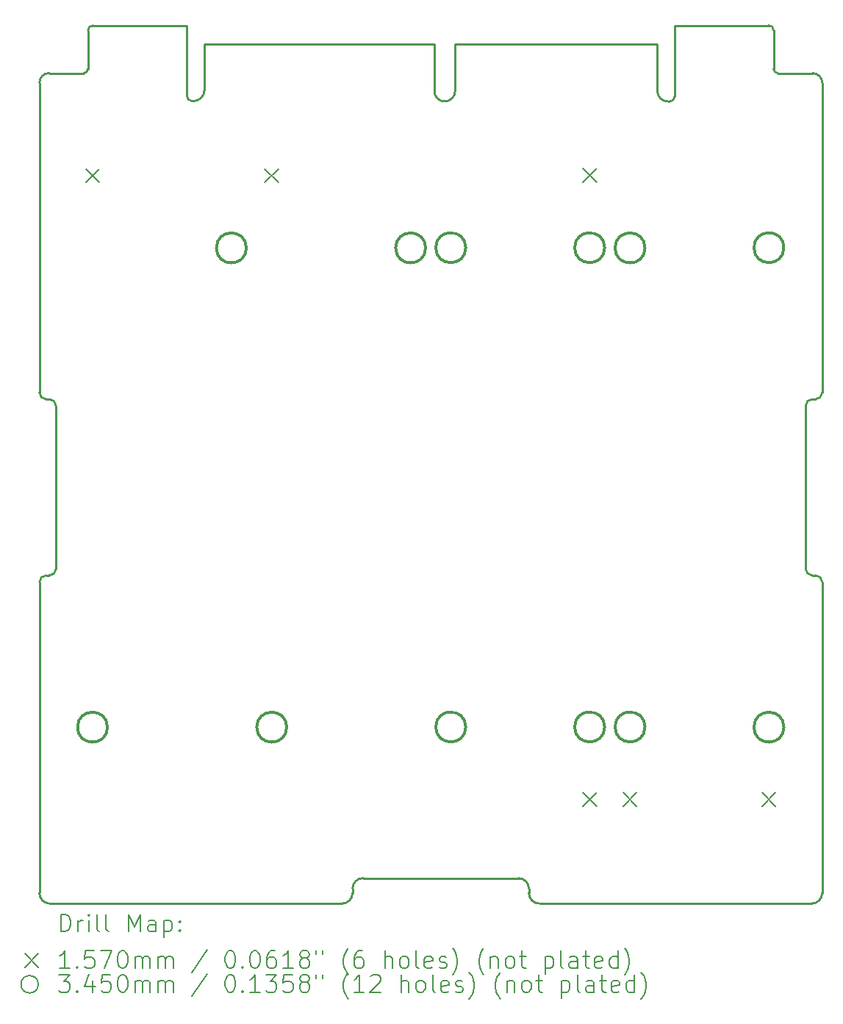
<source format=gbr>
%FSLAX45Y45*%
G04 Gerber Fmt 4.5, Leading zero omitted, Abs format (unit mm)*
G04 Created by KiCad (PCBNEW (6.0.2)) date 2022-09-07 09:44:24*
%MOMM*%
%LPD*%
G01*
G04 APERTURE LIST*
%TA.AperFunction,Profile*%
%ADD10C,0.254000*%
%TD*%
%ADD11C,0.200000*%
%ADD12C,0.157000*%
%ADD13C,0.345000*%
G04 APERTURE END LIST*
D10*
X10962640Y-14277340D02*
X10962640Y-14224000D01*
X10962640Y-14277340D02*
G75*
G03*
X11082020Y-14396720I119380J0D01*
G01*
X6474221Y-4284136D02*
X6944215Y-4284136D01*
X14150340Y-10541000D02*
X14150340Y-8663940D01*
X9872223Y-5037935D02*
G75*
G03*
X10112221Y-5037937I119999J-2D01*
G01*
X12442223Y-5037937D02*
G75*
G03*
X12562222Y-5157936I119999J0D01*
G01*
X7102223Y-5152933D02*
G75*
G03*
X7222222Y-5032934I0J119999D01*
G01*
X14340840Y-4942758D02*
G75*
G03*
X14230552Y-4832470I-110288J0D01*
G01*
X12642221Y-5100436D02*
X12642221Y-4490436D01*
X10112221Y-5037935D02*
X10112221Y-4500436D01*
X9872223Y-5037935D02*
X9872223Y-4500436D01*
X10112222Y-4500435D02*
X12442222Y-4500435D01*
X7022224Y-5095433D02*
X7022224Y-4485433D01*
X12442223Y-5037935D02*
X12442223Y-4500436D01*
X5433885Y-4832470D02*
G75*
G03*
X5323840Y-4942514I0J-110045D01*
G01*
X12562222Y-5157936D02*
X12584721Y-5157936D01*
X5833885Y-4832470D02*
G75*
G03*
X5882200Y-4784154I0J48316D01*
G01*
X7222222Y-5032932D02*
X7222222Y-4500435D01*
X14150340Y-10541000D02*
G75*
G03*
X14226540Y-10617200I76200J0D01*
G01*
X7079724Y-5152933D02*
X7102223Y-5152933D01*
X7222222Y-4500435D02*
X9872222Y-4500435D01*
X12704006Y-4282268D02*
X12774679Y-4282268D01*
X12584721Y-5157936D02*
G75*
G03*
X12642221Y-5100436I0J57500D01*
G01*
X5323840Y-8511540D02*
G75*
G03*
X5400040Y-8587740I76200J0D01*
G01*
X5939720Y-4284136D02*
G75*
G03*
X5882219Y-4341637I0J-57501D01*
G01*
X14264640Y-8587740D02*
G75*
G03*
X14340840Y-8511540I0J76200D01*
G01*
X13782218Y-4784136D02*
X13782218Y-4339137D01*
X5438140Y-10617200D02*
G75*
G03*
X5514340Y-10541000I0J76200D01*
G01*
X9050020Y-14104620D02*
G75*
G03*
X8930640Y-14224000I0J-119380D01*
G01*
X5323840Y-8511540D02*
X5323840Y-4942514D01*
X14340840Y-10693400D02*
G75*
G03*
X14264640Y-10617200I-76200J0D01*
G01*
X5514340Y-8663940D02*
G75*
G03*
X5438140Y-8587740I-76200J0D01*
G01*
X13782218Y-4784136D02*
G75*
G03*
X13830553Y-4832470I48334J0D01*
G01*
X13782218Y-4339137D02*
G75*
G03*
X13725349Y-4282268I-56869J0D01*
G01*
X8930640Y-14277340D02*
X8930640Y-14224000D01*
X5433885Y-4832470D02*
X5833885Y-4832470D01*
X7022224Y-5095433D02*
G75*
G03*
X7079724Y-5152933I57500J0D01*
G01*
X14340840Y-8511540D02*
X14340840Y-4942758D01*
X5400040Y-10617200D02*
G75*
G03*
X5323840Y-10693400I0J-76200D01*
G01*
X13830553Y-4832470D02*
X14230552Y-4832470D01*
X5882200Y-4784154D02*
X5882219Y-4341637D01*
X14226540Y-10617200D02*
X14264640Y-10617200D01*
X14221460Y-14396720D02*
G75*
G03*
X14340840Y-14277340I0J119380D01*
G01*
X10962640Y-14224000D02*
G75*
G03*
X10843260Y-14104620I-119380J0D01*
G01*
X8811260Y-14396720D02*
G75*
G03*
X8930640Y-14277340I0J119380D01*
G01*
X14226540Y-8587740D02*
X14264640Y-8587740D01*
X9050020Y-14104620D02*
X10843260Y-14104620D01*
X7022220Y-4485435D02*
X7022220Y-4284137D01*
X12642218Y-4490438D02*
X12642218Y-4282268D01*
X12642218Y-4282268D02*
X12704007Y-4282268D01*
X14226540Y-8587740D02*
G75*
G03*
X14150340Y-8663940I0J-76200D01*
G01*
X5939720Y-4284136D02*
X6474221Y-4284136D01*
X12774679Y-4282268D02*
X13725349Y-4282268D01*
X5323839Y-14269720D02*
X5323840Y-10693400D01*
X6944215Y-4284137D02*
X7022220Y-4284137D01*
X5323840Y-14269720D02*
G75*
G03*
X5435600Y-14396720I119380J-7620D01*
G01*
X11082020Y-14396720D02*
X14221460Y-14396720D01*
X14340840Y-14277340D02*
X14340840Y-10693400D01*
X5400040Y-10617200D02*
X5438140Y-10617200D01*
X5435600Y-14396719D02*
X8811260Y-14396720D01*
X5514340Y-10541000D02*
X5514340Y-8663940D01*
X5400040Y-8587740D02*
X5438140Y-8587740D01*
D11*
D12*
X5856310Y-5933510D02*
X6013310Y-6090510D01*
X6013310Y-5933510D02*
X5856310Y-6090510D01*
X7921330Y-5933510D02*
X8078330Y-6090510D01*
X8078330Y-5933510D02*
X7921330Y-6090510D01*
X11583810Y-5930970D02*
X11740810Y-6087970D01*
X11740810Y-5930970D02*
X11583810Y-6087970D01*
X11583810Y-13116970D02*
X11740810Y-13273970D01*
X11740810Y-13116970D02*
X11583810Y-13273970D01*
X12048830Y-13119510D02*
X12205830Y-13276510D01*
X12205830Y-13119510D02*
X12048830Y-13276510D01*
X13648830Y-13116970D02*
X13805830Y-13273970D01*
X13805830Y-13116970D02*
X13648830Y-13273970D01*
D13*
X6107310Y-12365010D02*
G75*
G03*
X6107310Y-12365010I-172500J0D01*
G01*
X7707310Y-6845010D02*
G75*
G03*
X7707310Y-6845010I-172500J0D01*
G01*
X8172330Y-12365010D02*
G75*
G03*
X8172330Y-12365010I-172500J0D01*
G01*
X9772330Y-6845010D02*
G75*
G03*
X9772330Y-6845010I-172500J0D01*
G01*
X10234810Y-6842470D02*
G75*
G03*
X10234810Y-6842470I-172500J0D01*
G01*
X10234810Y-12362470D02*
G75*
G03*
X10234810Y-12362470I-172500J0D01*
G01*
X11834810Y-6842470D02*
G75*
G03*
X11834810Y-6842470I-172500J0D01*
G01*
X11834810Y-12362470D02*
G75*
G03*
X11834810Y-12362470I-172500J0D01*
G01*
X12299830Y-6845010D02*
G75*
G03*
X12299830Y-6845010I-172500J0D01*
G01*
X12299830Y-12362470D02*
G75*
G03*
X12299830Y-12362470I-172500J0D01*
G01*
X13899830Y-6842470D02*
G75*
G03*
X13899830Y-6842470I-172500J0D01*
G01*
X13899830Y-12365010D02*
G75*
G03*
X13899830Y-12365010I-172500J0D01*
G01*
D11*
X5568516Y-14719896D02*
X5568516Y-14519896D01*
X5616135Y-14519896D01*
X5644707Y-14529420D01*
X5663754Y-14548467D01*
X5673278Y-14567515D01*
X5682802Y-14605610D01*
X5682802Y-14634182D01*
X5673278Y-14672277D01*
X5663754Y-14691324D01*
X5644707Y-14710372D01*
X5616135Y-14719896D01*
X5568516Y-14719896D01*
X5768516Y-14719896D02*
X5768516Y-14586563D01*
X5768516Y-14624658D02*
X5778040Y-14605610D01*
X5787564Y-14596086D01*
X5806611Y-14586563D01*
X5825659Y-14586563D01*
X5892326Y-14719896D02*
X5892326Y-14586563D01*
X5892326Y-14519896D02*
X5882802Y-14529420D01*
X5892326Y-14538944D01*
X5901849Y-14529420D01*
X5892326Y-14519896D01*
X5892326Y-14538944D01*
X6016135Y-14719896D02*
X5997088Y-14710372D01*
X5987564Y-14691324D01*
X5987564Y-14519896D01*
X6120897Y-14719896D02*
X6101849Y-14710372D01*
X6092326Y-14691324D01*
X6092326Y-14519896D01*
X6349469Y-14719896D02*
X6349469Y-14519896D01*
X6416135Y-14662753D01*
X6482802Y-14519896D01*
X6482802Y-14719896D01*
X6663754Y-14719896D02*
X6663754Y-14615134D01*
X6654230Y-14596086D01*
X6635183Y-14586563D01*
X6597088Y-14586563D01*
X6578040Y-14596086D01*
X6663754Y-14710372D02*
X6644707Y-14719896D01*
X6597088Y-14719896D01*
X6578040Y-14710372D01*
X6568516Y-14691324D01*
X6568516Y-14672277D01*
X6578040Y-14653229D01*
X6597088Y-14643705D01*
X6644707Y-14643705D01*
X6663754Y-14634182D01*
X6758992Y-14586563D02*
X6758992Y-14786563D01*
X6758992Y-14596086D02*
X6778040Y-14586563D01*
X6816135Y-14586563D01*
X6835183Y-14596086D01*
X6844707Y-14605610D01*
X6854230Y-14624658D01*
X6854230Y-14681801D01*
X6844707Y-14700848D01*
X6835183Y-14710372D01*
X6816135Y-14719896D01*
X6778040Y-14719896D01*
X6758992Y-14710372D01*
X6939945Y-14700848D02*
X6949469Y-14710372D01*
X6939945Y-14719896D01*
X6930421Y-14710372D01*
X6939945Y-14700848D01*
X6939945Y-14719896D01*
X6939945Y-14596086D02*
X6949469Y-14605610D01*
X6939945Y-14615134D01*
X6930421Y-14605610D01*
X6939945Y-14596086D01*
X6939945Y-14615134D01*
D12*
X5153897Y-14970920D02*
X5310897Y-15127920D01*
X5310897Y-14970920D02*
X5153897Y-15127920D01*
D11*
X5673278Y-15139896D02*
X5558992Y-15139896D01*
X5616135Y-15139896D02*
X5616135Y-14939896D01*
X5597088Y-14968467D01*
X5578040Y-14987515D01*
X5558992Y-14997039D01*
X5758992Y-15120848D02*
X5768516Y-15130372D01*
X5758992Y-15139896D01*
X5749469Y-15130372D01*
X5758992Y-15120848D01*
X5758992Y-15139896D01*
X5949469Y-14939896D02*
X5854230Y-14939896D01*
X5844707Y-15035134D01*
X5854230Y-15025610D01*
X5873278Y-15016086D01*
X5920897Y-15016086D01*
X5939945Y-15025610D01*
X5949469Y-15035134D01*
X5958992Y-15054182D01*
X5958992Y-15101801D01*
X5949469Y-15120848D01*
X5939945Y-15130372D01*
X5920897Y-15139896D01*
X5873278Y-15139896D01*
X5854230Y-15130372D01*
X5844707Y-15120848D01*
X6025659Y-14939896D02*
X6158992Y-14939896D01*
X6073278Y-15139896D01*
X6273278Y-14939896D02*
X6292326Y-14939896D01*
X6311373Y-14949420D01*
X6320897Y-14958944D01*
X6330421Y-14977991D01*
X6339945Y-15016086D01*
X6339945Y-15063705D01*
X6330421Y-15101801D01*
X6320897Y-15120848D01*
X6311373Y-15130372D01*
X6292326Y-15139896D01*
X6273278Y-15139896D01*
X6254230Y-15130372D01*
X6244707Y-15120848D01*
X6235183Y-15101801D01*
X6225659Y-15063705D01*
X6225659Y-15016086D01*
X6235183Y-14977991D01*
X6244707Y-14958944D01*
X6254230Y-14949420D01*
X6273278Y-14939896D01*
X6425659Y-15139896D02*
X6425659Y-15006563D01*
X6425659Y-15025610D02*
X6435183Y-15016086D01*
X6454230Y-15006563D01*
X6482802Y-15006563D01*
X6501849Y-15016086D01*
X6511373Y-15035134D01*
X6511373Y-15139896D01*
X6511373Y-15035134D02*
X6520897Y-15016086D01*
X6539945Y-15006563D01*
X6568516Y-15006563D01*
X6587564Y-15016086D01*
X6597088Y-15035134D01*
X6597088Y-15139896D01*
X6692326Y-15139896D02*
X6692326Y-15006563D01*
X6692326Y-15025610D02*
X6701849Y-15016086D01*
X6720897Y-15006563D01*
X6749469Y-15006563D01*
X6768516Y-15016086D01*
X6778040Y-15035134D01*
X6778040Y-15139896D01*
X6778040Y-15035134D02*
X6787564Y-15016086D01*
X6806611Y-15006563D01*
X6835183Y-15006563D01*
X6854230Y-15016086D01*
X6863754Y-15035134D01*
X6863754Y-15139896D01*
X7254230Y-14930372D02*
X7082802Y-15187515D01*
X7511373Y-14939896D02*
X7530421Y-14939896D01*
X7549469Y-14949420D01*
X7558992Y-14958944D01*
X7568516Y-14977991D01*
X7578040Y-15016086D01*
X7578040Y-15063705D01*
X7568516Y-15101801D01*
X7558992Y-15120848D01*
X7549469Y-15130372D01*
X7530421Y-15139896D01*
X7511373Y-15139896D01*
X7492326Y-15130372D01*
X7482802Y-15120848D01*
X7473278Y-15101801D01*
X7463754Y-15063705D01*
X7463754Y-15016086D01*
X7473278Y-14977991D01*
X7482802Y-14958944D01*
X7492326Y-14949420D01*
X7511373Y-14939896D01*
X7663754Y-15120848D02*
X7673278Y-15130372D01*
X7663754Y-15139896D01*
X7654230Y-15130372D01*
X7663754Y-15120848D01*
X7663754Y-15139896D01*
X7797088Y-14939896D02*
X7816135Y-14939896D01*
X7835183Y-14949420D01*
X7844707Y-14958944D01*
X7854230Y-14977991D01*
X7863754Y-15016086D01*
X7863754Y-15063705D01*
X7854230Y-15101801D01*
X7844707Y-15120848D01*
X7835183Y-15130372D01*
X7816135Y-15139896D01*
X7797088Y-15139896D01*
X7778040Y-15130372D01*
X7768516Y-15120848D01*
X7758992Y-15101801D01*
X7749469Y-15063705D01*
X7749469Y-15016086D01*
X7758992Y-14977991D01*
X7768516Y-14958944D01*
X7778040Y-14949420D01*
X7797088Y-14939896D01*
X8035183Y-14939896D02*
X7997088Y-14939896D01*
X7978040Y-14949420D01*
X7968516Y-14958944D01*
X7949469Y-14987515D01*
X7939945Y-15025610D01*
X7939945Y-15101801D01*
X7949469Y-15120848D01*
X7958992Y-15130372D01*
X7978040Y-15139896D01*
X8016135Y-15139896D01*
X8035183Y-15130372D01*
X8044707Y-15120848D01*
X8054230Y-15101801D01*
X8054230Y-15054182D01*
X8044707Y-15035134D01*
X8035183Y-15025610D01*
X8016135Y-15016086D01*
X7978040Y-15016086D01*
X7958992Y-15025610D01*
X7949469Y-15035134D01*
X7939945Y-15054182D01*
X8244707Y-15139896D02*
X8130421Y-15139896D01*
X8187564Y-15139896D02*
X8187564Y-14939896D01*
X8168516Y-14968467D01*
X8149469Y-14987515D01*
X8130421Y-14997039D01*
X8358992Y-15025610D02*
X8339945Y-15016086D01*
X8330421Y-15006563D01*
X8320897Y-14987515D01*
X8320897Y-14977991D01*
X8330421Y-14958944D01*
X8339945Y-14949420D01*
X8358992Y-14939896D01*
X8397088Y-14939896D01*
X8416135Y-14949420D01*
X8425659Y-14958944D01*
X8435183Y-14977991D01*
X8435183Y-14987515D01*
X8425659Y-15006563D01*
X8416135Y-15016086D01*
X8397088Y-15025610D01*
X8358992Y-15025610D01*
X8339945Y-15035134D01*
X8330421Y-15044658D01*
X8320897Y-15063705D01*
X8320897Y-15101801D01*
X8330421Y-15120848D01*
X8339945Y-15130372D01*
X8358992Y-15139896D01*
X8397088Y-15139896D01*
X8416135Y-15130372D01*
X8425659Y-15120848D01*
X8435183Y-15101801D01*
X8435183Y-15063705D01*
X8425659Y-15044658D01*
X8416135Y-15035134D01*
X8397088Y-15025610D01*
X8511373Y-14939896D02*
X8511373Y-14977991D01*
X8587564Y-14939896D02*
X8587564Y-14977991D01*
X8882802Y-15216086D02*
X8873278Y-15206563D01*
X8854231Y-15177991D01*
X8844707Y-15158944D01*
X8835183Y-15130372D01*
X8825659Y-15082753D01*
X8825659Y-15044658D01*
X8835183Y-14997039D01*
X8844707Y-14968467D01*
X8854231Y-14949420D01*
X8873278Y-14920848D01*
X8882802Y-14911324D01*
X9044707Y-14939896D02*
X9006611Y-14939896D01*
X8987564Y-14949420D01*
X8978040Y-14958944D01*
X8958992Y-14987515D01*
X8949469Y-15025610D01*
X8949469Y-15101801D01*
X8958992Y-15120848D01*
X8968516Y-15130372D01*
X8987564Y-15139896D01*
X9025659Y-15139896D01*
X9044707Y-15130372D01*
X9054231Y-15120848D01*
X9063754Y-15101801D01*
X9063754Y-15054182D01*
X9054231Y-15035134D01*
X9044707Y-15025610D01*
X9025659Y-15016086D01*
X8987564Y-15016086D01*
X8968516Y-15025610D01*
X8958992Y-15035134D01*
X8949469Y-15054182D01*
X9301850Y-15139896D02*
X9301850Y-14939896D01*
X9387564Y-15139896D02*
X9387564Y-15035134D01*
X9378040Y-15016086D01*
X9358992Y-15006563D01*
X9330421Y-15006563D01*
X9311373Y-15016086D01*
X9301850Y-15025610D01*
X9511373Y-15139896D02*
X9492326Y-15130372D01*
X9482802Y-15120848D01*
X9473278Y-15101801D01*
X9473278Y-15044658D01*
X9482802Y-15025610D01*
X9492326Y-15016086D01*
X9511373Y-15006563D01*
X9539945Y-15006563D01*
X9558992Y-15016086D01*
X9568516Y-15025610D01*
X9578040Y-15044658D01*
X9578040Y-15101801D01*
X9568516Y-15120848D01*
X9558992Y-15130372D01*
X9539945Y-15139896D01*
X9511373Y-15139896D01*
X9692326Y-15139896D02*
X9673278Y-15130372D01*
X9663754Y-15111324D01*
X9663754Y-14939896D01*
X9844707Y-15130372D02*
X9825659Y-15139896D01*
X9787564Y-15139896D01*
X9768516Y-15130372D01*
X9758992Y-15111324D01*
X9758992Y-15035134D01*
X9768516Y-15016086D01*
X9787564Y-15006563D01*
X9825659Y-15006563D01*
X9844707Y-15016086D01*
X9854231Y-15035134D01*
X9854231Y-15054182D01*
X9758992Y-15073229D01*
X9930421Y-15130372D02*
X9949469Y-15139896D01*
X9987564Y-15139896D01*
X10006611Y-15130372D01*
X10016135Y-15111324D01*
X10016135Y-15101801D01*
X10006611Y-15082753D01*
X9987564Y-15073229D01*
X9958992Y-15073229D01*
X9939945Y-15063705D01*
X9930421Y-15044658D01*
X9930421Y-15035134D01*
X9939945Y-15016086D01*
X9958992Y-15006563D01*
X9987564Y-15006563D01*
X10006611Y-15016086D01*
X10082802Y-15216086D02*
X10092326Y-15206563D01*
X10111373Y-15177991D01*
X10120897Y-15158944D01*
X10130421Y-15130372D01*
X10139945Y-15082753D01*
X10139945Y-15044658D01*
X10130421Y-14997039D01*
X10120897Y-14968467D01*
X10111373Y-14949420D01*
X10092326Y-14920848D01*
X10082802Y-14911324D01*
X10444707Y-15216086D02*
X10435183Y-15206563D01*
X10416135Y-15177991D01*
X10406611Y-15158944D01*
X10397088Y-15130372D01*
X10387564Y-15082753D01*
X10387564Y-15044658D01*
X10397088Y-14997039D01*
X10406611Y-14968467D01*
X10416135Y-14949420D01*
X10435183Y-14920848D01*
X10444707Y-14911324D01*
X10520897Y-15006563D02*
X10520897Y-15139896D01*
X10520897Y-15025610D02*
X10530421Y-15016086D01*
X10549469Y-15006563D01*
X10578040Y-15006563D01*
X10597088Y-15016086D01*
X10606611Y-15035134D01*
X10606611Y-15139896D01*
X10730421Y-15139896D02*
X10711373Y-15130372D01*
X10701850Y-15120848D01*
X10692326Y-15101801D01*
X10692326Y-15044658D01*
X10701850Y-15025610D01*
X10711373Y-15016086D01*
X10730421Y-15006563D01*
X10758992Y-15006563D01*
X10778040Y-15016086D01*
X10787564Y-15025610D01*
X10797088Y-15044658D01*
X10797088Y-15101801D01*
X10787564Y-15120848D01*
X10778040Y-15130372D01*
X10758992Y-15139896D01*
X10730421Y-15139896D01*
X10854231Y-15006563D02*
X10930421Y-15006563D01*
X10882802Y-14939896D02*
X10882802Y-15111324D01*
X10892326Y-15130372D01*
X10911373Y-15139896D01*
X10930421Y-15139896D01*
X11149469Y-15006563D02*
X11149469Y-15206563D01*
X11149469Y-15016086D02*
X11168516Y-15006563D01*
X11206611Y-15006563D01*
X11225659Y-15016086D01*
X11235183Y-15025610D01*
X11244707Y-15044658D01*
X11244707Y-15101801D01*
X11235183Y-15120848D01*
X11225659Y-15130372D01*
X11206611Y-15139896D01*
X11168516Y-15139896D01*
X11149469Y-15130372D01*
X11358992Y-15139896D02*
X11339945Y-15130372D01*
X11330421Y-15111324D01*
X11330421Y-14939896D01*
X11520897Y-15139896D02*
X11520897Y-15035134D01*
X11511373Y-15016086D01*
X11492326Y-15006563D01*
X11454230Y-15006563D01*
X11435183Y-15016086D01*
X11520897Y-15130372D02*
X11501849Y-15139896D01*
X11454230Y-15139896D01*
X11435183Y-15130372D01*
X11425659Y-15111324D01*
X11425659Y-15092277D01*
X11435183Y-15073229D01*
X11454230Y-15063705D01*
X11501849Y-15063705D01*
X11520897Y-15054182D01*
X11587564Y-15006563D02*
X11663754Y-15006563D01*
X11616135Y-14939896D02*
X11616135Y-15111324D01*
X11625659Y-15130372D01*
X11644707Y-15139896D01*
X11663754Y-15139896D01*
X11806611Y-15130372D02*
X11787564Y-15139896D01*
X11749469Y-15139896D01*
X11730421Y-15130372D01*
X11720897Y-15111324D01*
X11720897Y-15035134D01*
X11730421Y-15016086D01*
X11749469Y-15006563D01*
X11787564Y-15006563D01*
X11806611Y-15016086D01*
X11816135Y-15035134D01*
X11816135Y-15054182D01*
X11720897Y-15073229D01*
X11987564Y-15139896D02*
X11987564Y-14939896D01*
X11987564Y-15130372D02*
X11968516Y-15139896D01*
X11930421Y-15139896D01*
X11911373Y-15130372D01*
X11901849Y-15120848D01*
X11892326Y-15101801D01*
X11892326Y-15044658D01*
X11901849Y-15025610D01*
X11911373Y-15016086D01*
X11930421Y-15006563D01*
X11968516Y-15006563D01*
X11987564Y-15016086D01*
X12063754Y-15216086D02*
X12073278Y-15206563D01*
X12092326Y-15177991D01*
X12101849Y-15158944D01*
X12111373Y-15130372D01*
X12120897Y-15082753D01*
X12120897Y-15044658D01*
X12111373Y-14997039D01*
X12101849Y-14968467D01*
X12092326Y-14949420D01*
X12073278Y-14920848D01*
X12063754Y-14911324D01*
X5310897Y-15326420D02*
G75*
G03*
X5310897Y-15326420I-100000J0D01*
G01*
X5549469Y-15216896D02*
X5673278Y-15216896D01*
X5606611Y-15293086D01*
X5635183Y-15293086D01*
X5654230Y-15302610D01*
X5663754Y-15312134D01*
X5673278Y-15331182D01*
X5673278Y-15378801D01*
X5663754Y-15397848D01*
X5654230Y-15407372D01*
X5635183Y-15416896D01*
X5578040Y-15416896D01*
X5558992Y-15407372D01*
X5549469Y-15397848D01*
X5758992Y-15397848D02*
X5768516Y-15407372D01*
X5758992Y-15416896D01*
X5749469Y-15407372D01*
X5758992Y-15397848D01*
X5758992Y-15416896D01*
X5939945Y-15283563D02*
X5939945Y-15416896D01*
X5892326Y-15207372D02*
X5844707Y-15350229D01*
X5968516Y-15350229D01*
X6139945Y-15216896D02*
X6044707Y-15216896D01*
X6035183Y-15312134D01*
X6044707Y-15302610D01*
X6063754Y-15293086D01*
X6111373Y-15293086D01*
X6130421Y-15302610D01*
X6139945Y-15312134D01*
X6149469Y-15331182D01*
X6149469Y-15378801D01*
X6139945Y-15397848D01*
X6130421Y-15407372D01*
X6111373Y-15416896D01*
X6063754Y-15416896D01*
X6044707Y-15407372D01*
X6035183Y-15397848D01*
X6273278Y-15216896D02*
X6292326Y-15216896D01*
X6311373Y-15226420D01*
X6320897Y-15235944D01*
X6330421Y-15254991D01*
X6339945Y-15293086D01*
X6339945Y-15340705D01*
X6330421Y-15378801D01*
X6320897Y-15397848D01*
X6311373Y-15407372D01*
X6292326Y-15416896D01*
X6273278Y-15416896D01*
X6254230Y-15407372D01*
X6244707Y-15397848D01*
X6235183Y-15378801D01*
X6225659Y-15340705D01*
X6225659Y-15293086D01*
X6235183Y-15254991D01*
X6244707Y-15235944D01*
X6254230Y-15226420D01*
X6273278Y-15216896D01*
X6425659Y-15416896D02*
X6425659Y-15283563D01*
X6425659Y-15302610D02*
X6435183Y-15293086D01*
X6454230Y-15283563D01*
X6482802Y-15283563D01*
X6501849Y-15293086D01*
X6511373Y-15312134D01*
X6511373Y-15416896D01*
X6511373Y-15312134D02*
X6520897Y-15293086D01*
X6539945Y-15283563D01*
X6568516Y-15283563D01*
X6587564Y-15293086D01*
X6597088Y-15312134D01*
X6597088Y-15416896D01*
X6692326Y-15416896D02*
X6692326Y-15283563D01*
X6692326Y-15302610D02*
X6701849Y-15293086D01*
X6720897Y-15283563D01*
X6749469Y-15283563D01*
X6768516Y-15293086D01*
X6778040Y-15312134D01*
X6778040Y-15416896D01*
X6778040Y-15312134D02*
X6787564Y-15293086D01*
X6806611Y-15283563D01*
X6835183Y-15283563D01*
X6854230Y-15293086D01*
X6863754Y-15312134D01*
X6863754Y-15416896D01*
X7254230Y-15207372D02*
X7082802Y-15464515D01*
X7511373Y-15216896D02*
X7530421Y-15216896D01*
X7549469Y-15226420D01*
X7558992Y-15235944D01*
X7568516Y-15254991D01*
X7578040Y-15293086D01*
X7578040Y-15340705D01*
X7568516Y-15378801D01*
X7558992Y-15397848D01*
X7549469Y-15407372D01*
X7530421Y-15416896D01*
X7511373Y-15416896D01*
X7492326Y-15407372D01*
X7482802Y-15397848D01*
X7473278Y-15378801D01*
X7463754Y-15340705D01*
X7463754Y-15293086D01*
X7473278Y-15254991D01*
X7482802Y-15235944D01*
X7492326Y-15226420D01*
X7511373Y-15216896D01*
X7663754Y-15397848D02*
X7673278Y-15407372D01*
X7663754Y-15416896D01*
X7654230Y-15407372D01*
X7663754Y-15397848D01*
X7663754Y-15416896D01*
X7863754Y-15416896D02*
X7749469Y-15416896D01*
X7806611Y-15416896D02*
X7806611Y-15216896D01*
X7787564Y-15245467D01*
X7768516Y-15264515D01*
X7749469Y-15274039D01*
X7930421Y-15216896D02*
X8054230Y-15216896D01*
X7987564Y-15293086D01*
X8016135Y-15293086D01*
X8035183Y-15302610D01*
X8044707Y-15312134D01*
X8054230Y-15331182D01*
X8054230Y-15378801D01*
X8044707Y-15397848D01*
X8035183Y-15407372D01*
X8016135Y-15416896D01*
X7958992Y-15416896D01*
X7939945Y-15407372D01*
X7930421Y-15397848D01*
X8235183Y-15216896D02*
X8139945Y-15216896D01*
X8130421Y-15312134D01*
X8139945Y-15302610D01*
X8158992Y-15293086D01*
X8206611Y-15293086D01*
X8225659Y-15302610D01*
X8235183Y-15312134D01*
X8244707Y-15331182D01*
X8244707Y-15378801D01*
X8235183Y-15397848D01*
X8225659Y-15407372D01*
X8206611Y-15416896D01*
X8158992Y-15416896D01*
X8139945Y-15407372D01*
X8130421Y-15397848D01*
X8358992Y-15302610D02*
X8339945Y-15293086D01*
X8330421Y-15283563D01*
X8320897Y-15264515D01*
X8320897Y-15254991D01*
X8330421Y-15235944D01*
X8339945Y-15226420D01*
X8358992Y-15216896D01*
X8397088Y-15216896D01*
X8416135Y-15226420D01*
X8425659Y-15235944D01*
X8435183Y-15254991D01*
X8435183Y-15264515D01*
X8425659Y-15283563D01*
X8416135Y-15293086D01*
X8397088Y-15302610D01*
X8358992Y-15302610D01*
X8339945Y-15312134D01*
X8330421Y-15321658D01*
X8320897Y-15340705D01*
X8320897Y-15378801D01*
X8330421Y-15397848D01*
X8339945Y-15407372D01*
X8358992Y-15416896D01*
X8397088Y-15416896D01*
X8416135Y-15407372D01*
X8425659Y-15397848D01*
X8435183Y-15378801D01*
X8435183Y-15340705D01*
X8425659Y-15321658D01*
X8416135Y-15312134D01*
X8397088Y-15302610D01*
X8511373Y-15216896D02*
X8511373Y-15254991D01*
X8587564Y-15216896D02*
X8587564Y-15254991D01*
X8882802Y-15493086D02*
X8873278Y-15483563D01*
X8854231Y-15454991D01*
X8844707Y-15435944D01*
X8835183Y-15407372D01*
X8825659Y-15359753D01*
X8825659Y-15321658D01*
X8835183Y-15274039D01*
X8844707Y-15245467D01*
X8854231Y-15226420D01*
X8873278Y-15197848D01*
X8882802Y-15188324D01*
X9063754Y-15416896D02*
X8949469Y-15416896D01*
X9006611Y-15416896D02*
X9006611Y-15216896D01*
X8987564Y-15245467D01*
X8968516Y-15264515D01*
X8949469Y-15274039D01*
X9139945Y-15235944D02*
X9149469Y-15226420D01*
X9168516Y-15216896D01*
X9216135Y-15216896D01*
X9235183Y-15226420D01*
X9244707Y-15235944D01*
X9254231Y-15254991D01*
X9254231Y-15274039D01*
X9244707Y-15302610D01*
X9130421Y-15416896D01*
X9254231Y-15416896D01*
X9492326Y-15416896D02*
X9492326Y-15216896D01*
X9578040Y-15416896D02*
X9578040Y-15312134D01*
X9568516Y-15293086D01*
X9549469Y-15283563D01*
X9520897Y-15283563D01*
X9501850Y-15293086D01*
X9492326Y-15302610D01*
X9701850Y-15416896D02*
X9682802Y-15407372D01*
X9673278Y-15397848D01*
X9663754Y-15378801D01*
X9663754Y-15321658D01*
X9673278Y-15302610D01*
X9682802Y-15293086D01*
X9701850Y-15283563D01*
X9730421Y-15283563D01*
X9749469Y-15293086D01*
X9758992Y-15302610D01*
X9768516Y-15321658D01*
X9768516Y-15378801D01*
X9758992Y-15397848D01*
X9749469Y-15407372D01*
X9730421Y-15416896D01*
X9701850Y-15416896D01*
X9882802Y-15416896D02*
X9863754Y-15407372D01*
X9854231Y-15388324D01*
X9854231Y-15216896D01*
X10035183Y-15407372D02*
X10016135Y-15416896D01*
X9978040Y-15416896D01*
X9958992Y-15407372D01*
X9949469Y-15388324D01*
X9949469Y-15312134D01*
X9958992Y-15293086D01*
X9978040Y-15283563D01*
X10016135Y-15283563D01*
X10035183Y-15293086D01*
X10044707Y-15312134D01*
X10044707Y-15331182D01*
X9949469Y-15350229D01*
X10120897Y-15407372D02*
X10139945Y-15416896D01*
X10178040Y-15416896D01*
X10197088Y-15407372D01*
X10206611Y-15388324D01*
X10206611Y-15378801D01*
X10197088Y-15359753D01*
X10178040Y-15350229D01*
X10149469Y-15350229D01*
X10130421Y-15340705D01*
X10120897Y-15321658D01*
X10120897Y-15312134D01*
X10130421Y-15293086D01*
X10149469Y-15283563D01*
X10178040Y-15283563D01*
X10197088Y-15293086D01*
X10273278Y-15493086D02*
X10282802Y-15483563D01*
X10301850Y-15454991D01*
X10311373Y-15435944D01*
X10320897Y-15407372D01*
X10330421Y-15359753D01*
X10330421Y-15321658D01*
X10320897Y-15274039D01*
X10311373Y-15245467D01*
X10301850Y-15226420D01*
X10282802Y-15197848D01*
X10273278Y-15188324D01*
X10635183Y-15493086D02*
X10625659Y-15483563D01*
X10606611Y-15454991D01*
X10597088Y-15435944D01*
X10587564Y-15407372D01*
X10578040Y-15359753D01*
X10578040Y-15321658D01*
X10587564Y-15274039D01*
X10597088Y-15245467D01*
X10606611Y-15226420D01*
X10625659Y-15197848D01*
X10635183Y-15188324D01*
X10711373Y-15283563D02*
X10711373Y-15416896D01*
X10711373Y-15302610D02*
X10720897Y-15293086D01*
X10739945Y-15283563D01*
X10768516Y-15283563D01*
X10787564Y-15293086D01*
X10797088Y-15312134D01*
X10797088Y-15416896D01*
X10920897Y-15416896D02*
X10901850Y-15407372D01*
X10892326Y-15397848D01*
X10882802Y-15378801D01*
X10882802Y-15321658D01*
X10892326Y-15302610D01*
X10901850Y-15293086D01*
X10920897Y-15283563D01*
X10949469Y-15283563D01*
X10968516Y-15293086D01*
X10978040Y-15302610D01*
X10987564Y-15321658D01*
X10987564Y-15378801D01*
X10978040Y-15397848D01*
X10968516Y-15407372D01*
X10949469Y-15416896D01*
X10920897Y-15416896D01*
X11044707Y-15283563D02*
X11120897Y-15283563D01*
X11073278Y-15216896D02*
X11073278Y-15388324D01*
X11082802Y-15407372D01*
X11101850Y-15416896D01*
X11120897Y-15416896D01*
X11339945Y-15283563D02*
X11339945Y-15483563D01*
X11339945Y-15293086D02*
X11358992Y-15283563D01*
X11397088Y-15283563D01*
X11416135Y-15293086D01*
X11425659Y-15302610D01*
X11435183Y-15321658D01*
X11435183Y-15378801D01*
X11425659Y-15397848D01*
X11416135Y-15407372D01*
X11397088Y-15416896D01*
X11358992Y-15416896D01*
X11339945Y-15407372D01*
X11549469Y-15416896D02*
X11530421Y-15407372D01*
X11520897Y-15388324D01*
X11520897Y-15216896D01*
X11711373Y-15416896D02*
X11711373Y-15312134D01*
X11701849Y-15293086D01*
X11682802Y-15283563D01*
X11644707Y-15283563D01*
X11625659Y-15293086D01*
X11711373Y-15407372D02*
X11692326Y-15416896D01*
X11644707Y-15416896D01*
X11625659Y-15407372D01*
X11616135Y-15388324D01*
X11616135Y-15369277D01*
X11625659Y-15350229D01*
X11644707Y-15340705D01*
X11692326Y-15340705D01*
X11711373Y-15331182D01*
X11778040Y-15283563D02*
X11854230Y-15283563D01*
X11806611Y-15216896D02*
X11806611Y-15388324D01*
X11816135Y-15407372D01*
X11835183Y-15416896D01*
X11854230Y-15416896D01*
X11997088Y-15407372D02*
X11978040Y-15416896D01*
X11939945Y-15416896D01*
X11920897Y-15407372D01*
X11911373Y-15388324D01*
X11911373Y-15312134D01*
X11920897Y-15293086D01*
X11939945Y-15283563D01*
X11978040Y-15283563D01*
X11997088Y-15293086D01*
X12006611Y-15312134D01*
X12006611Y-15331182D01*
X11911373Y-15350229D01*
X12178040Y-15416896D02*
X12178040Y-15216896D01*
X12178040Y-15407372D02*
X12158992Y-15416896D01*
X12120897Y-15416896D01*
X12101849Y-15407372D01*
X12092326Y-15397848D01*
X12082802Y-15378801D01*
X12082802Y-15321658D01*
X12092326Y-15302610D01*
X12101849Y-15293086D01*
X12120897Y-15283563D01*
X12158992Y-15283563D01*
X12178040Y-15293086D01*
X12254230Y-15493086D02*
X12263754Y-15483563D01*
X12282802Y-15454991D01*
X12292326Y-15435944D01*
X12301849Y-15407372D01*
X12311373Y-15359753D01*
X12311373Y-15321658D01*
X12301849Y-15274039D01*
X12292326Y-15245467D01*
X12282802Y-15226420D01*
X12263754Y-15197848D01*
X12254230Y-15188324D01*
M02*

</source>
